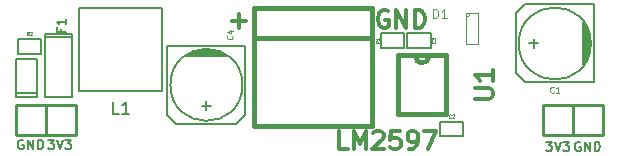
<source format=gto>
%FSLAX34Y34*%
G04 Gerber Fmt 3.4, Leading zero omitted, Abs format*
G04 (created by PCBNEW (2014-03-19 BZR 4756)-product) date Fri 20 Jun 2014 08:00:44 BST*
%MOIN*%
G01*
G70*
G90*
G04 APERTURE LIST*
%ADD10C,0.005906*%
%ADD11C,0.011811*%
%ADD12C,0.007874*%
%ADD13C,0.010000*%
%ADD14C,0.005000*%
%ADD15C,0.003100*%
%ADD16C,0.015000*%
%ADD17C,0.004700*%
%ADD18C,0.003000*%
%ADD19C,0.012000*%
G04 APERTURE END LIST*
G54D10*
G54D11*
X60032Y-32027D02*
X59976Y-31999D01*
X59891Y-31999D01*
X59807Y-32027D01*
X59751Y-32083D01*
X59723Y-32140D01*
X59694Y-32252D01*
X59694Y-32336D01*
X59723Y-32449D01*
X59751Y-32505D01*
X59807Y-32561D01*
X59891Y-32589D01*
X59947Y-32589D01*
X60032Y-32561D01*
X60060Y-32533D01*
X60060Y-32336D01*
X59947Y-32336D01*
X60313Y-32589D02*
X60313Y-31999D01*
X60651Y-32589D01*
X60651Y-31999D01*
X60932Y-32589D02*
X60932Y-31999D01*
X61072Y-31999D01*
X61157Y-32027D01*
X61213Y-32083D01*
X61241Y-32140D01*
X61269Y-32252D01*
X61269Y-32336D01*
X61241Y-32449D01*
X61213Y-32505D01*
X61157Y-32561D01*
X61072Y-32589D01*
X60932Y-32589D01*
X54843Y-32365D02*
X55293Y-32365D01*
X55068Y-32589D02*
X55068Y-32140D01*
G54D12*
X47880Y-36338D02*
X47850Y-36323D01*
X47805Y-36323D01*
X47760Y-36338D01*
X47730Y-36368D01*
X47715Y-36398D01*
X47700Y-36458D01*
X47700Y-36503D01*
X47715Y-36563D01*
X47730Y-36593D01*
X47760Y-36623D01*
X47805Y-36638D01*
X47835Y-36638D01*
X47880Y-36623D01*
X47895Y-36608D01*
X47895Y-36503D01*
X47835Y-36503D01*
X48030Y-36638D02*
X48030Y-36323D01*
X48210Y-36638D01*
X48210Y-36323D01*
X48360Y-36638D02*
X48360Y-36323D01*
X48435Y-36323D01*
X48480Y-36338D01*
X48510Y-36368D01*
X48525Y-36398D01*
X48540Y-36458D01*
X48540Y-36503D01*
X48525Y-36563D01*
X48510Y-36593D01*
X48480Y-36623D01*
X48435Y-36638D01*
X48360Y-36638D01*
X48714Y-36323D02*
X48909Y-36323D01*
X48804Y-36443D01*
X48849Y-36443D01*
X48879Y-36458D01*
X48894Y-36473D01*
X48909Y-36503D01*
X48909Y-36578D01*
X48894Y-36608D01*
X48879Y-36623D01*
X48849Y-36638D01*
X48759Y-36638D01*
X48729Y-36623D01*
X48714Y-36608D01*
X48999Y-36323D02*
X49104Y-36638D01*
X49209Y-36323D01*
X49284Y-36323D02*
X49479Y-36323D01*
X49374Y-36443D01*
X49419Y-36443D01*
X49449Y-36458D01*
X49464Y-36473D01*
X49479Y-36503D01*
X49479Y-36578D01*
X49464Y-36608D01*
X49449Y-36623D01*
X49419Y-36638D01*
X49329Y-36638D01*
X49299Y-36623D01*
X49284Y-36608D01*
X66443Y-36397D02*
X66413Y-36382D01*
X66368Y-36382D01*
X66323Y-36397D01*
X66293Y-36427D01*
X66278Y-36457D01*
X66263Y-36517D01*
X66263Y-36562D01*
X66278Y-36622D01*
X66293Y-36652D01*
X66323Y-36682D01*
X66368Y-36697D01*
X66398Y-36697D01*
X66443Y-36682D01*
X66458Y-36667D01*
X66458Y-36562D01*
X66398Y-36562D01*
X66593Y-36697D02*
X66593Y-36382D01*
X66773Y-36697D01*
X66773Y-36382D01*
X66923Y-36697D02*
X66923Y-36382D01*
X66998Y-36382D01*
X67043Y-36397D01*
X67073Y-36427D01*
X67088Y-36457D01*
X67103Y-36517D01*
X67103Y-36562D01*
X67088Y-36622D01*
X67073Y-36652D01*
X67043Y-36682D01*
X66998Y-36697D01*
X66923Y-36697D01*
X65308Y-36382D02*
X65503Y-36382D01*
X65398Y-36502D01*
X65443Y-36502D01*
X65473Y-36517D01*
X65488Y-36532D01*
X65503Y-36562D01*
X65503Y-36637D01*
X65488Y-36667D01*
X65473Y-36682D01*
X65443Y-36697D01*
X65353Y-36697D01*
X65323Y-36682D01*
X65308Y-36667D01*
X65593Y-36382D02*
X65698Y-36697D01*
X65803Y-36382D01*
X65878Y-36382D02*
X66073Y-36382D01*
X65968Y-36502D01*
X66013Y-36502D01*
X66043Y-36517D01*
X66058Y-36532D01*
X66073Y-36562D01*
X66073Y-36637D01*
X66058Y-36667D01*
X66043Y-36682D01*
X66013Y-36697D01*
X65923Y-36697D01*
X65893Y-36682D01*
X65878Y-36667D01*
G54D13*
X66210Y-35169D02*
X66210Y-36169D01*
X65210Y-35169D02*
X65210Y-36169D01*
X65210Y-36169D02*
X66210Y-36169D01*
X66210Y-36169D02*
X67210Y-36169D01*
X67210Y-36169D02*
X67210Y-35169D01*
X67210Y-35169D02*
X65210Y-35169D01*
X48651Y-36169D02*
X48651Y-35169D01*
X49651Y-36169D02*
X49651Y-35169D01*
X49651Y-35169D02*
X48651Y-35169D01*
X48651Y-35169D02*
X47651Y-35169D01*
X47651Y-35169D02*
X47651Y-36169D01*
X47651Y-36169D02*
X49651Y-36169D01*
G54D14*
X66750Y-33410D02*
X66750Y-32810D01*
X66700Y-32660D02*
X66700Y-33560D01*
X66650Y-33660D02*
X66650Y-32560D01*
X66600Y-32460D02*
X66600Y-33760D01*
X66550Y-33810D02*
X66550Y-32410D01*
X66800Y-33110D02*
G75*
G03X66800Y-33110I-1200J0D01*
G74*
G01*
X66900Y-34410D02*
X66900Y-31810D01*
X66900Y-31810D02*
X64600Y-31810D01*
X64600Y-31810D02*
X64300Y-32110D01*
X64300Y-32110D02*
X64300Y-34110D01*
X64300Y-34110D02*
X64600Y-34410D01*
X64600Y-34410D02*
X66900Y-34410D01*
X64750Y-33110D02*
X65050Y-33110D01*
X64900Y-33260D02*
X64900Y-32960D01*
G54D10*
X62539Y-35718D02*
X61771Y-35718D01*
X61771Y-35718D02*
X61771Y-36210D01*
X61771Y-36210D02*
X62539Y-36210D01*
X62539Y-36210D02*
X62539Y-35718D01*
X60688Y-33257D02*
X61456Y-33257D01*
X61456Y-33257D02*
X61456Y-32765D01*
X61456Y-32765D02*
X60688Y-32765D01*
X60688Y-32765D02*
X60688Y-33257D01*
G54D14*
X54286Y-33338D02*
X53686Y-33338D01*
X53536Y-33388D02*
X54436Y-33388D01*
X54536Y-33438D02*
X53436Y-33438D01*
X53336Y-33488D02*
X54636Y-33488D01*
X54686Y-33538D02*
X53286Y-33538D01*
X55186Y-34488D02*
G75*
G03X55186Y-34488I-1200J0D01*
G74*
G01*
X55286Y-33188D02*
X52686Y-33188D01*
X52686Y-33188D02*
X52686Y-35488D01*
X52686Y-35488D02*
X52986Y-35788D01*
X52986Y-35788D02*
X54986Y-35788D01*
X54986Y-35788D02*
X55286Y-35488D01*
X55286Y-35488D02*
X55286Y-33188D01*
X53986Y-35338D02*
X53986Y-35038D01*
X54136Y-35188D02*
X53836Y-35188D01*
G54D15*
X62769Y-32155D02*
G75*
G03X62769Y-32155I-62J0D01*
G74*
G01*
X63044Y-33118D02*
X62644Y-33118D01*
X63044Y-32093D02*
X62644Y-32093D01*
X62644Y-33118D02*
X62644Y-32093D01*
X63044Y-32093D02*
X63044Y-33118D01*
G54D10*
X47627Y-34744D02*
X47627Y-34881D01*
X47627Y-34881D02*
X48336Y-34881D01*
X48336Y-34881D02*
X48336Y-34744D01*
X48336Y-34744D02*
X48336Y-33641D01*
X48336Y-33641D02*
X47627Y-33641D01*
X47627Y-33641D02*
X47627Y-34744D01*
X47627Y-34744D02*
X48336Y-34744D01*
X49517Y-32893D02*
X49517Y-32795D01*
X49517Y-32795D02*
X48612Y-32795D01*
X48612Y-32795D02*
X48612Y-32893D01*
X48612Y-32893D02*
X48612Y-34901D01*
X48612Y-34901D02*
X49517Y-34901D01*
X49517Y-34901D02*
X49517Y-32893D01*
X49517Y-32893D02*
X48612Y-32893D01*
X52509Y-34685D02*
X49753Y-34685D01*
X49753Y-34685D02*
X49753Y-31929D01*
X49753Y-31929D02*
X52509Y-31929D01*
X52509Y-31929D02*
X52509Y-34685D01*
X60570Y-32765D02*
X59803Y-32765D01*
X59803Y-32765D02*
X59803Y-33257D01*
X59803Y-33257D02*
X60570Y-33257D01*
X60570Y-33257D02*
X60570Y-32765D01*
X48464Y-32962D02*
X47696Y-32962D01*
X47696Y-32962D02*
X47696Y-33454D01*
X47696Y-33454D02*
X48464Y-33454D01*
X48464Y-33454D02*
X48464Y-32962D01*
G54D16*
X61151Y-33759D02*
G75*
G03X61407Y-33543I20J236D01*
G74*
G01*
X60954Y-33543D02*
G75*
G03X61171Y-33760I217J0D01*
G74*
G01*
X61958Y-33504D02*
X60384Y-33504D01*
X60384Y-33504D02*
X60384Y-35472D01*
X60384Y-35472D02*
X61958Y-35472D01*
X61958Y-35472D02*
X61958Y-33504D01*
X61958Y-33504D02*
X61939Y-33523D01*
X55560Y-32913D02*
X59498Y-32913D01*
X55560Y-31928D02*
X55560Y-35866D01*
X55560Y-35866D02*
X59498Y-35866D01*
X59498Y-35866D02*
X59498Y-31928D01*
X59498Y-31928D02*
X55560Y-31928D01*
G54D17*
X65567Y-34730D02*
X65558Y-34739D01*
X65530Y-34749D01*
X65511Y-34749D01*
X65483Y-34739D01*
X65464Y-34721D01*
X65454Y-34702D01*
X65445Y-34664D01*
X65445Y-34636D01*
X65454Y-34599D01*
X65464Y-34580D01*
X65483Y-34561D01*
X65511Y-34552D01*
X65530Y-34552D01*
X65558Y-34561D01*
X65567Y-34571D01*
X65755Y-34749D02*
X65642Y-34749D01*
X65698Y-34749D02*
X65698Y-34552D01*
X65680Y-34580D01*
X65661Y-34599D01*
X65642Y-34608D01*
G54D18*
X62135Y-35584D02*
X62129Y-35589D01*
X62112Y-35595D01*
X62101Y-35595D01*
X62084Y-35589D01*
X62072Y-35578D01*
X62066Y-35567D01*
X62061Y-35544D01*
X62061Y-35527D01*
X62066Y-35504D01*
X62072Y-35492D01*
X62084Y-35481D01*
X62101Y-35475D01*
X62112Y-35475D01*
X62129Y-35481D01*
X62135Y-35487D01*
X62181Y-35487D02*
X62186Y-35481D01*
X62198Y-35475D01*
X62226Y-35475D01*
X62238Y-35481D01*
X62244Y-35487D01*
X62249Y-35498D01*
X62249Y-35509D01*
X62244Y-35527D01*
X62175Y-35595D01*
X62249Y-35595D01*
X61607Y-33031D02*
X61613Y-33037D01*
X61619Y-33054D01*
X61619Y-33066D01*
X61613Y-33083D01*
X61602Y-33094D01*
X61590Y-33100D01*
X61567Y-33106D01*
X61550Y-33106D01*
X61527Y-33100D01*
X61516Y-33094D01*
X61504Y-33083D01*
X61499Y-33066D01*
X61499Y-33054D01*
X61504Y-33037D01*
X61510Y-33031D01*
X61499Y-32991D02*
X61499Y-32917D01*
X61544Y-32957D01*
X61544Y-32940D01*
X61550Y-32928D01*
X61556Y-32923D01*
X61567Y-32917D01*
X61596Y-32917D01*
X61607Y-32923D01*
X61613Y-32928D01*
X61619Y-32940D01*
X61619Y-32974D01*
X61613Y-32986D01*
X61607Y-32991D01*
G54D17*
X54843Y-32847D02*
X54853Y-32857D01*
X54862Y-32885D01*
X54862Y-32904D01*
X54853Y-32932D01*
X54834Y-32950D01*
X54815Y-32960D01*
X54778Y-32969D01*
X54750Y-32969D01*
X54712Y-32960D01*
X54693Y-32950D01*
X54675Y-32932D01*
X54665Y-32904D01*
X54665Y-32885D01*
X54675Y-32857D01*
X54684Y-32847D01*
X54731Y-32678D02*
X54862Y-32678D01*
X54656Y-32725D02*
X54797Y-32772D01*
X54797Y-32650D01*
X61540Y-32261D02*
X61540Y-31961D01*
X61611Y-31961D01*
X61654Y-31975D01*
X61683Y-32004D01*
X61697Y-32033D01*
X61711Y-32090D01*
X61711Y-32133D01*
X61697Y-32190D01*
X61683Y-32218D01*
X61654Y-32247D01*
X61611Y-32261D01*
X61540Y-32261D01*
X61997Y-32261D02*
X61826Y-32261D01*
X61911Y-32261D02*
X61911Y-31961D01*
X61883Y-32004D01*
X61854Y-32033D01*
X61826Y-32047D01*
G54D14*
X49141Y-32619D02*
X49141Y-32719D01*
X49299Y-32719D02*
X48999Y-32719D01*
X48999Y-32576D01*
X49299Y-32305D02*
X49299Y-32476D01*
X49299Y-32391D02*
X48999Y-32391D01*
X49041Y-32419D01*
X49070Y-32448D01*
X49084Y-32476D01*
G54D10*
X51066Y-35453D02*
X50878Y-35453D01*
X50878Y-35059D01*
X51403Y-35453D02*
X51178Y-35453D01*
X51291Y-35453D02*
X51291Y-35059D01*
X51253Y-35116D01*
X51216Y-35153D01*
X51178Y-35172D01*
G54D18*
X59749Y-33031D02*
X59692Y-33071D01*
X59749Y-33100D02*
X59629Y-33100D01*
X59629Y-33054D01*
X59634Y-33043D01*
X59640Y-33037D01*
X59652Y-33031D01*
X59669Y-33031D01*
X59680Y-33037D01*
X59686Y-33043D01*
X59692Y-33054D01*
X59692Y-33100D01*
X59749Y-32917D02*
X59749Y-32986D01*
X59749Y-32951D02*
X59629Y-32951D01*
X59646Y-32963D01*
X59657Y-32974D01*
X59663Y-32986D01*
X48060Y-32839D02*
X48020Y-32782D01*
X47992Y-32839D02*
X47992Y-32719D01*
X48037Y-32719D01*
X48049Y-32725D01*
X48054Y-32731D01*
X48060Y-32742D01*
X48060Y-32759D01*
X48054Y-32771D01*
X48049Y-32776D01*
X48037Y-32782D01*
X47992Y-32782D01*
X48106Y-32731D02*
X48112Y-32725D01*
X48123Y-32719D01*
X48152Y-32719D01*
X48163Y-32725D01*
X48169Y-32731D01*
X48174Y-32742D01*
X48174Y-32754D01*
X48169Y-32771D01*
X48100Y-32839D01*
X48174Y-32839D01*
G54D19*
X62929Y-34945D02*
X63415Y-34945D01*
X63472Y-34916D01*
X63501Y-34888D01*
X63529Y-34831D01*
X63529Y-34716D01*
X63501Y-34659D01*
X63472Y-34631D01*
X63415Y-34602D01*
X62929Y-34602D01*
X63529Y-34002D02*
X63529Y-34345D01*
X63529Y-34173D02*
X62929Y-34173D01*
X63015Y-34231D01*
X63072Y-34288D01*
X63101Y-34345D01*
X58690Y-36629D02*
X58404Y-36629D01*
X58404Y-36029D01*
X58890Y-36629D02*
X58890Y-36029D01*
X59090Y-36458D01*
X59290Y-36029D01*
X59290Y-36629D01*
X59547Y-36086D02*
X59575Y-36058D01*
X59633Y-36029D01*
X59775Y-36029D01*
X59833Y-36058D01*
X59861Y-36086D01*
X59890Y-36143D01*
X59890Y-36201D01*
X59861Y-36286D01*
X59518Y-36629D01*
X59890Y-36629D01*
X60433Y-36029D02*
X60147Y-36029D01*
X60118Y-36315D01*
X60147Y-36286D01*
X60204Y-36258D01*
X60347Y-36258D01*
X60404Y-36286D01*
X60433Y-36315D01*
X60461Y-36372D01*
X60461Y-36515D01*
X60433Y-36572D01*
X60404Y-36601D01*
X60347Y-36629D01*
X60204Y-36629D01*
X60147Y-36601D01*
X60118Y-36572D01*
X60747Y-36629D02*
X60861Y-36629D01*
X60918Y-36601D01*
X60947Y-36572D01*
X61004Y-36486D01*
X61033Y-36372D01*
X61033Y-36143D01*
X61004Y-36086D01*
X60975Y-36058D01*
X60918Y-36029D01*
X60804Y-36029D01*
X60747Y-36058D01*
X60718Y-36086D01*
X60690Y-36143D01*
X60690Y-36286D01*
X60718Y-36343D01*
X60747Y-36372D01*
X60804Y-36401D01*
X60918Y-36401D01*
X60975Y-36372D01*
X61004Y-36343D01*
X61033Y-36286D01*
X61233Y-36029D02*
X61633Y-36029D01*
X61375Y-36629D01*
M02*

</source>
